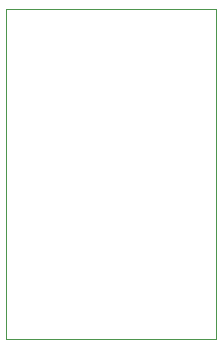
<source format=gbr>
G04 (created by PCBNEW (2013-june-11)-stable) date Thu 23 Jan 2014 03:09:13 PM PST*
%MOIN*%
G04 Gerber Fmt 3.4, Leading zero omitted, Abs format*
%FSLAX34Y34*%
G01*
G70*
G90*
G04 APERTURE LIST*
%ADD10C,0.00590551*%
%ADD11C,0.00393701*%
G04 APERTURE END LIST*
G54D10*
G54D11*
X98500Y-28500D02*
X91500Y-28500D01*
X98500Y-39500D02*
X98500Y-28500D01*
X91500Y-39500D02*
X98500Y-39500D01*
X91500Y-28500D02*
X91500Y-39500D01*
M02*

</source>
